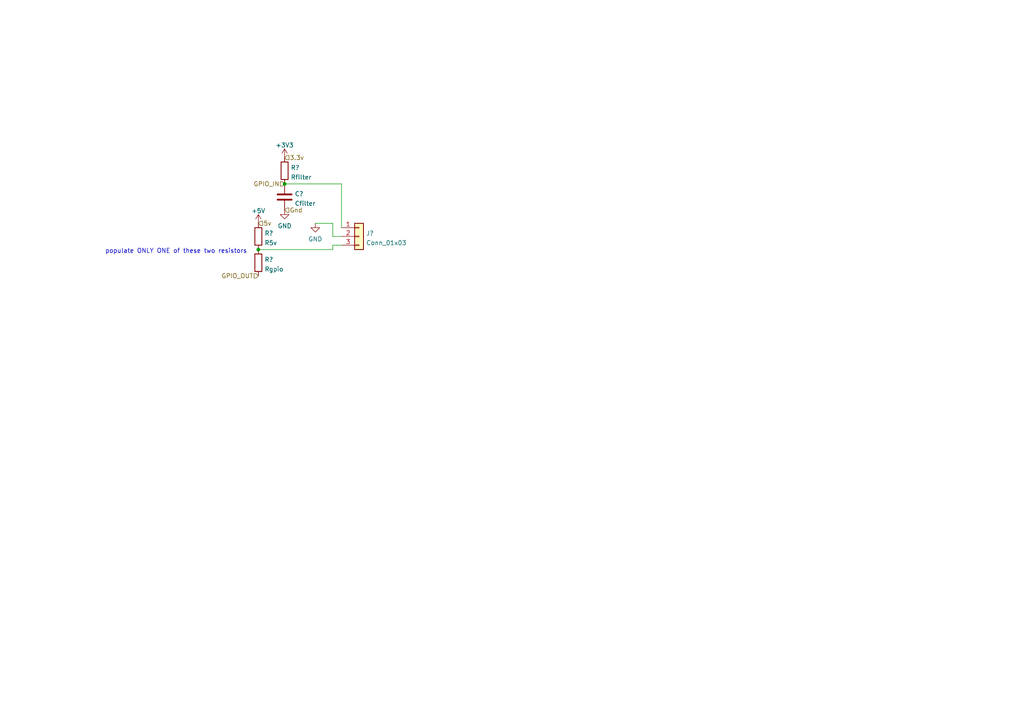
<source format=kicad_sch>
(kicad_sch (version 20211123) (generator eeschema)
  (paper "A4")
  (lib_symbols
    (symbol "Connector_Generic:Conn_01x03" (pin_names (offset 1.016) hide)
      (property "Reference" "J" (at 0 5.08 0))
      (property "Value" "Conn_01x03" (at 0 -5.08 0))
      (symbol "Conn_01x03_1_1"
        (rectangle (start -1.27 -2.413) (end 0 -2.667) (stroke (width 0.1524)))
        (rectangle (start -1.27 0.127) (end 0 -0.127) (stroke (width 0.1524)))
        (rectangle (start -1.27 2.667) (end 0 2.413) (stroke (width 0.1524)))
        (rectangle (start -1.27 3.81) (end 1.27 -3.81) (stroke (width 0.254)) (fill (type background)))
        (pin passive line (at -5.08 2.54 0) (length 3.81) (name "Pin_1") (number "1"))
        (pin passive line (at -5.08 0 0) (length 3.81) (name "Pin_2") (number "2"))
        (pin passive line (at -5.08 -2.54 0) (length 3.81) (name "Pin_3") (number "3"))
      )
    )
    (symbol "Device:C" (pin_numbers hide) (pin_names (offset 0.254))
      (property "Reference" "C" (at 0.635 2.54 0))
      (property "Value" "C" (at 0.635 -2.54 0))
      (symbol "C_0_1"
        (polyline (pts (xy -2.032 -0.762) (xy 2.032 -0.762)) (stroke (width 0.508)))
        (polyline (pts (xy -2.032 0.762) (xy 2.032 0.762)) (stroke (width 0.508)))
      )
      (symbol "C_1_1"
        (pin passive line (at 0 3.81 270) (length 2.794) (name "~") (number "1"))
        (pin passive line (at 0 -3.81 90) (length 2.794) (name "~") (number "2"))
      )
    )
    (symbol "Device:R" (pin_numbers hide) (pin_names (offset 0))
      (property "Reference" "R" (at 2.032 0 90))
      (property "Value" "R" (at 0 0 90))
      (symbol "R_0_1"
        (rectangle (start -1.016 -2.54) (end 1.016 2.54) (stroke (width 0.254)))
      )
      (symbol "R_1_1"
        (pin passive line (at 0 3.81 270) (length 1.27) (name "~") (number "1"))
        (pin passive line (at 0 -3.81 90) (length 1.27) (name "~") (number "2"))
      )
    )
    (symbol "power:+3.3V" (power) (pin_names (offset 0))
      (property "Value" "+3.3V" (at 0 3.556 0))
      (symbol "+3.3V_0_1"
        (polyline (pts (xy -0.762 1.27) (xy 0 2.54)))
        (polyline (pts (xy 0 0) (xy 0 2.54)))
        (polyline (pts (xy 0 2.54) (xy 0.762 1.27)))
      )
      (symbol "+3.3V_1_1"
        (pin power_in line (at 0 0 90) (length 0) hide (name "+3V3") (number "1"))
      )
    )
    (symbol "power:+5V" (power) (pin_names (offset 0))
      (property "Value" "+5V" (at 0 3.556 0))
      (symbol "+5V_0_1"
        (polyline (pts (xy -0.762 1.27) (xy 0 2.54)))
        (polyline (pts (xy 0 0) (xy 0 2.54)))
        (polyline (pts (xy 0 2.54) (xy 0.762 1.27)))
      )
      (symbol "+5V_1_1"
        (pin power_in line (at 0 0 90) (length 0) hide (name "+5V") (number "1"))
      )
    )
    (symbol "power:GND" (power) (pin_names (offset 0))
      (property "Value" "GND" (at 0 -3.81 0))
      (symbol "GND_0_1"
        (polyline (pts (xy 0 0) (xy 0 -1.27) (xy 1.27 -1.27) (xy 0 -2.54) (xy -1.27 -1.27) (xy 0 -1.27)))
      )
      (symbol "GND_1_1"
        (pin power_in line (at 0 0 270) (length 0) hide (name "GND") (number "1"))
      )
    )
  )
  (junction (at 74.93 72.39))
  (junction (at 82.55 53.34))
  (wire (pts (xy 96.52 64.77) (xy 91.44 64.77)))
  (wire (pts (xy 74.93 72.39) (xy 96.52 72.39)))
  (wire (pts (xy 99.06 66.04) (xy 99.06 53.34)))
  (wire (pts (xy 96.52 71.12) (xy 99.06 71.12)))
  (wire (pts (xy 96.52 72.39) (xy 96.52 71.12)))
  (wire (pts (xy 99.06 53.34) (xy 82.55 53.34)))
  (wire (pts (xy 99.06 68.58) (xy 96.52 68.58)))
  (wire (pts (xy 96.52 68.58) (xy 96.52 64.77)))
  (text "populate ONLY ONE of these two resistors" (at 30.48 73.66 0) (effects (font (size 1.27 1.27)) (justify left bottom)))
  (hierarchical_label "GPIO_IN" (shape input) (at 82.55 53.34 180))
  (hierarchical_label "3.3v" (shape input) (at 82.55 45.72 0))
  (hierarchical_label "GPIO_OUT" (shape input) (at 74.93 80.01 180))
  (hierarchical_label "Gnd" (shape input) (at 82.55 60.96 0))
  (hierarchical_label "5v" (shape input) (at 74.93 64.77 0))
  (symbol (lib_id "power:GND") (at 82.55 60.96 0)
    (property "Reference" "#PWR?" (effects hide))
    (property "Value" "GND" (at 82.55 65.5225 0))
  )
  (symbol (lib_id "Device:R") (at 74.93 68.58 0)
    (property "Reference" "R?" (at 76.708 67.6715 0) (effects (justify left)))
    (property "Value" "R5v" (at 76.708 70.4466 0) (effects (justify left)))
  )
  (symbol (lib_id "Connector_Generic:Conn_01x03") (at 104.14 68.58 0)
    (property "Reference" "J?" (at 106.172 67.6715 0) (effects (justify left)))
    (property "Value" "Conn_01x03" (at 106.172 70.4466 0) (effects (justify left)))
  )
  (symbol (lib_id "power:GND") (at 91.44 64.77 0)
    (property "Reference" "#PWR?" (effects hide))
    (property "Value" "GND" (at 91.44 69.3325 0))
  )
  (symbol (lib_id "power:+3.3V") (at 82.55 45.72 0)
    (property "Reference" "#PWR?" (effects hide))
    (property "Value" "+3.3V" (at 82.55 42.1155 0))
  )
  (symbol (lib_id "Device:C") (at 82.55 57.15 0)
    (property "Reference" "C?" (at 85.471 56.2415 0) (effects (justify left)))
    (property "Value" "Cfilter" (at 85.471 59.0166 0) (effects (justify left)))
  )
  (symbol (lib_id "power:+5V") (at 74.93 64.77 0)
    (property "Reference" "#PWR?" (effects hide))
    (property "Value" "+5V" (at 74.93 61.1655 0))
  )
  (symbol (lib_id "Device:R") (at 82.55 49.53 0)
    (property "Reference" "R?" (at 84.328 48.6215 0) (effects (justify left)))
    (property "Value" "Rfilter" (at 84.328 51.3966 0) (effects (justify left)))
  )
  (symbol (lib_id "Device:R") (at 74.93 76.2 0)
    (property "Reference" "R?" (at 76.708 75.2915 0) (effects (justify left)))
    (property "Value" "Rgpio" (at 76.708 78.0666 0) (effects (justify left)))
  )
)
</source>
